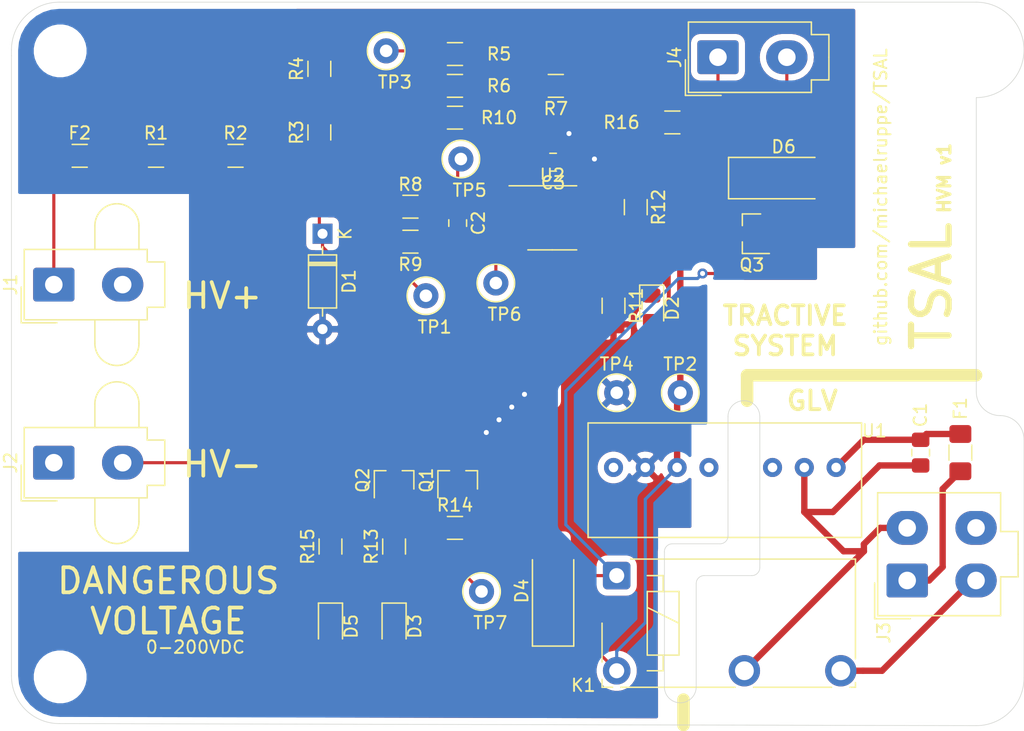
<source format=kicad_pcb>
(kicad_pcb (version 20171130) (host pcbnew "(5.1.2)-2")
  (layers (0 F.Cu signal) (31 B.Cu signal) (34 B.Paste user) (35 F.Paste user) (36 B.SilkS user) (37 F.SilkS user) (38 B.Mask user) (39 F.Mask user) (44 Edge.Cuts user))
  (net 0 "")
  (net 1 "Net-(C1-Pad1)")
  (net 2 -Vin)
  (net 3 "Net-(C2-Pad1)")
  (net 4 "Net-(C2-Pad2)")
  (net 5 GND)
  (net 6 +12V)
  (net 7 "Net-(D1-Pad1)")
  (net 8 "Net-(D2-Pad1)")
  (net 9 "Net-(D3-Pad1)")
  (net 10 "Net-(D5-Pad1)")
  (net 11 +Vin)
  (net 12 "Net-(Q1-Pad1)")
  (net 13 /+HV)
  (net 14 "Net-(U1-Pad5)")
  (net 15 "Net-(U2-Pad5)")
  (net 16 "Net-(F2-Pad2)")
  (net 17 "Net-(D4-Pad2)")
  (net 18 "Net-(R1-Pad2)")
  (net 19 "Net-(R3-Pad2)")
  (net 20 "Net-(R10-Pad1)")
  (net 21 "Net-(R6-Pad1)")
  (net 22 "Net-(U1-Pad3)")
  (net 23 "Net-(U1-Pad8)")
  (net 24 "Net-(D6-Pad2)")
  (net 25 OUT)
  (net 26 "Net-(Q2-Pad3)")
  (net 27 "Net-(J1-Pad2)")
  (net 28 "Net-(J2-Pad1)")
  (net 29 "Net-(J4-Pad1)")
  (module Connector_Molex:Molex_Mini-Fit_Jr_5566-02A2_2x01_P4.20mm_Vertical (layer F.Cu) (at 51.562 77.343 90)
    (fp_text reference J2 (at 0 -3.45 90) (layer F.SilkS))
    (fp_text value HV-)
    (pad "" np_thru_hole circle (at 4.7 5.04 90) (size 3 3) (drill 3) (layers *.Cu *.Mask))
    (pad "" np_thru_hole circle (at -4.7 5.04 90) (size 3 3) (drill 3) (layers *.Cu *.Mask))
    (pad 2 thru_hole oval (at 0 5.5 90) (size 2.7 3.3) (drill 1.4) (layers *.Cu *.Mask) (net 5 GND))
    (pad 1 thru_hole roundrect (at 0 0 90) (size 2.7 3.3) (drill 1.4) (layers *.Cu *.Mask) (roundrect_rratio 0.09259299999999999) (net 28 "Net-(J2-Pad1)"))
  )
  (module Connector_Molex:Molex_Mini-Fit_Jr_5566-02A2_2x01_P4.20mm_Vertical (layer F.Cu) (at 51.562 63.119 90)
    (fp_text reference J1 (at 0 -3.45 90) (layer F.SilkS))
    (fp_text value HV+)
    (pad "" np_thru_hole circle (at 4.7 5.04 90) (size 3 3) (drill 3) (layers *.Cu *.Mask))
    (pad "" np_thru_hole circle (at -4.7 5.04 90) (size 3 3) (drill 3) (layers *.Cu *.Mask))
    (pad 2 thru_hole oval (at 0 5.5 90) (size 2.7 3.3) (drill 1.4) (layers *.Cu *.Mask) (net 27 "Net-(J1-Pad2)"))
    (pad 1 thru_hole roundrect (at 0 0 90) (size 2.7 3.3) (drill 1.4) (layers *.Cu *.Mask) (roundrect_rratio 0.09259299999999999) (net 13 /+HV))
  )
  (module Connector_Molex:Molex_Mini-Fit_Jr_5566-02A_2x01_P4.20mm_Vertical (layer F.Cu) (at 104.609 44.958 90)
    (fp_text reference J4 (at 0 -3.45 90) (layer F.SilkS))
    (fp_text value VHI)
    (pad 2 thru_hole oval (at 0 5.5 90) (size 2.7 3.3) (drill 1.4) (layers *.Cu *.Mask) (net 24 "Net-(D6-Pad2)"))
    (pad 1 thru_hole roundrect (at 0 0 90) (size 2.7 3.3) (drill 1.4) (layers *.Cu *.Mask) (roundrect_rratio 0.09259299999999999) (net 29 "Net-(J4-Pad1)"))
  )
  (module Connector_Molex:Molex_Mini-Fit_Jr_5566-04A_2x02_P4.20mm_Vertical (layer F.Cu) (at 119.722 86.75 90)
    (fp_text reference J3 (at -4.182 -1.866 90) (layer F.SilkS))
    (fp_text value Conn_01x03_Male)
    (pad 4 thru_hole oval (at 4.2 5.5 90) (size 2.7 3.3) (drill 1.4) (layers *.Cu *.Mask))
    (pad 3 thru_hole oval (at 0 5.5 90) (size 2.7 3.3) (drill 1.4) (layers *.Cu *.Mask) (net 25 OUT))
    (pad 2 thru_hole oval (at 4.2 0 90) (size 2.7 3.3) (drill 1.4) (layers *.Cu *.Mask) (net 2 -Vin))
    (pad 1 thru_hole roundrect (at 0 0 90) (size 2.7 3.3) (drill 1.4) (layers *.Cu *.Mask) (roundrect_rratio 0.09259299999999999) (net 11 +Vin))
  )
  (module Resistor_SMD:R_1206_3216Metric_Pad1.42x1.75mm_HandSolder (layer F.Cu) (at 100.965 50.165)
    (fp_text reference R16 (at -4.064 0) (layer F.SilkS))
    (fp_text value PRV)
    (pad 2 smd roundrect (at 1.4875 0) (size 1.425 1.75) (layers F.Cu F.Paste F.Mask) (roundrect_rratio 0.175439) (net 29 "Net-(J4-Pad1)"))
    (pad 1 smd roundrect (at -1.4875 0) (size 1.425 1.75) (layers F.Cu F.Paste F.Mask) (roundrect_rratio 0.175439) (net 6 +12V))
  )
  (module Package_TO_SOT_SMD:SOT-23 (layer F.Cu) (at 107.315 59.055 180)
    (fp_text reference Q3 (at 0 -2.5) (layer F.SilkS))
    (fp_text value 2N7002)
    (pad 3 smd rect (at 1 0 180) (size 0.9 0.8) (layers F.Cu F.Paste F.Mask) (net 24 "Net-(D6-Pad2)"))
    (pad 2 smd rect (at -1 0.95 180) (size 0.9 0.8) (layers F.Cu F.Paste F.Mask) (net 5 GND))
    (pad 1 smd rect (at -1 -0.95 180) (size 0.9 0.8) (layers F.Cu F.Paste F.Mask) (net 17 "Net-(D4-Pad2)"))
  )
  (module Diode_SMD:D_SMA_Handsoldering (layer F.Cu) (at 109.855 54.61)
    (fp_text reference D6 (at 0 -2.5) (layer F.SilkS))
    (fp_text value D)
    (pad 2 smd rect (at 2.5 0) (size 3.5 1.8) (layers F.Cu F.Paste F.Mask) (net 24 "Net-(D6-Pad2)"))
    (pad 1 smd rect (at -2.5 0) (size 3.5 1.8) (layers F.Cu F.Paste F.Mask) (net 6 +12V))
  )
  (module Capacitor_SMD:C_0805_2012Metric_Pad1.15x1.40mm_HandSolder (layer F.Cu) (at 91.44 53.34 180)
    (fp_text reference C3 (at 0 -1.65) (layer F.SilkS))
    (fp_text value 100n)
    (pad 2 smd roundrect (at 1.025 0 180) (size 1.15 1.4) (layers F.Cu F.Paste F.Mask) (roundrect_rratio 0.217391) (net 5 GND))
    (pad 1 smd roundrect (at -1.025 0 180) (size 1.15 1.4) (layers F.Cu F.Paste F.Mask) (roundrect_rratio 0.217391) (net 6 +12V))
  )
  (module Capacitor_SMD:C_0805_2012Metric_Pad1.15x1.40mm_HandSolder (layer F.Cu) (at 83.82 58.2025 270)
    (fp_text reference C2 (at 0 -1.65 90) (layer F.SilkS))
    (fp_text value 10n)
    (pad 2 smd roundrect (at 1.025 0 270) (size 1.15 1.4) (layers F.Cu F.Paste F.Mask) (roundrect_rratio 0.217391) (net 4 "Net-(C2-Pad2)"))
    (pad 1 smd roundrect (at -1.025 0 270) (size 1.15 1.4) (layers F.Cu F.Paste F.Mask) (roundrect_rratio 0.217391) (net 3 "Net-(C2-Pad1)"))
  )
  (module Capacitor_SMD:C_0805_2012Metric_Pad1.15x1.40mm_HandSolder (layer F.Cu) (at 120.795 76.5375 270)
    (fp_text reference C1 (at -3.0045 0.018 90) (layer F.SilkS))
    (fp_text value 1u)
    (pad 2 smd roundrect (at 1.025 0 270) (size 1.15 1.4) (layers F.Cu F.Paste F.Mask) (roundrect_rratio 0.217391) (net 2 -Vin))
    (pad 1 smd roundrect (at -1.025 0 270) (size 1.15 1.4) (layers F.Cu F.Paste F.Mask) (roundrect_rratio 0.217391) (net 1 "Net-(C1-Pad1)"))
  )
  (module Package_TO_SOT_SMD:SOT-23 (layer F.Cu) (at 78.74 78.74 90)
    (fp_text reference Q2 (at 0 -2.5 90) (layer F.SilkS))
    (fp_text value 2N7002)
    (pad 3 smd rect (at 1 0 90) (size 0.9 0.8) (layers F.Cu F.Paste F.Mask) (net 26 "Net-(Q2-Pad3)"))
    (pad 2 smd rect (at -1 0.95 90) (size 0.9 0.8) (layers F.Cu F.Paste F.Mask) (net 5 GND))
    (pad 1 smd rect (at -1 -0.95 90) (size 0.9 0.8) (layers F.Cu F.Paste F.Mask) (net 17 "Net-(D4-Pad2)"))
  )
  (module MountingHole:MountingHole_3.2mm_M3 (layer F.Cu) (at 125.32 44.45)
    (fp_text reference REF** hide)
    (fp_text value MountingHole_3.2mm_M3)
    (pad 1 np_thru_hole circle (at 0 0) (size 3.2 3.2) (drill 3.2) (layers *.Cu *.Mask))
  )
  (module MountingHole:MountingHole_3.2mm_M3 (layer F.Cu) (at 52.07 94.45)
    (fp_text reference REF** hide)
    (fp_text value MountingHole_3.2mm_M3)
    (pad 1 np_thru_hole circle (at 0 0) (size 3.2 3.2) (drill 3.2) (layers *.Cu *.Mask))
  )
  (module MountingHole:MountingHole_3.2mm_M3 (layer F.Cu) (at 125.32 94.45)
    (fp_text reference REF** hide)
    (fp_text value MountingHole_3.2mm_M3)
    (pad 1 np_thru_hole circle (at 0 0) (size 3.2 3.2) (drill 3.2) (layers *.Cu *.Mask))
  )
  (module MountingHole:MountingHole_3.2mm_M3 (layer F.Cu) (at 52.07 44.45)
    (fp_text reference REF** hide)
    (fp_text value MountingHole_3.2mm_M3)
    (pad 1 np_thru_hole circle (at 0 0) (size 3.2 3.2) (drill 3.2) (layers *.Cu *.Mask))
  )
  (module Diode_SMD:D_SMA_Handsoldering (layer F.Cu) (at 91.44 87.59 90)
    (fp_text reference D4 (at 0 -2.5 90) (layer F.SilkS))
    (fp_text value D)
    (pad 2 smd rect (at 2.5 0 90) (size 3.5 1.8) (layers F.Cu F.Paste F.Mask) (net 17 "Net-(D4-Pad2)"))
    (pad 1 smd rect (at -2.5 0 90) (size 3.5 1.8) (layers F.Cu F.Paste F.Mask) (net 6 +12V))
  )
  (module TSAL-HVM:SPAN02 (layer F.Cu) (at 105.41 78.74 180)
    (fp_text reference U1 (at -11.684 3.937) (layer F.SilkS))
    (fp_text value SPAN02A-12)
    (pad 1 thru_hole circle (at -8.636 1.016 180) (size 1.524 1.524) (drill 0.762) (layers *.Cu *.Mask) (net 1 "Net-(C1-Pad1)"))
    (pad 2 thru_hole circle (at -6.096 1.016 180) (size 1.524 1.524) (drill 0.762) (layers *.Cu *.Mask) (net 2 -Vin))
    (pad 3 thru_hole circle (at -3.556 1.016 180) (size 1.524 1.524) (drill 0.762) (layers *.Cu *.Mask) (net 22 "Net-(U1-Pad3)"))
    (pad 5 thru_hole circle (at 1.524 1.016 180) (size 1.524 1.524) (drill 0.762) (layers *.Cu *.Mask) (net 14 "Net-(U1-Pad5)"))
    (pad 6 thru_hole circle (at 4.064 1.016 180) (size 1.524 1.524) (drill 0.762) (layers *.Cu *.Mask) (net 6 +12V))
    (pad 7 thru_hole circle (at 6.604 1.016 180) (size 1.524 1.524) (drill 0.762) (layers *.Cu *.Mask) (net 5 GND))
    (pad 8 thru_hole circle (at 9.144 1.016 180) (size 1.524 1.524) (drill 0.762) (layers *.Cu *.Mask) (net 23 "Net-(U1-Pad8)"))
  )
  (module TestPoint:TestPoint_Loop_D1.80mm_Drill1.0mm_Beaded (layer F.Cu) (at 84.074 53.086)
    (fp_text reference TP5 (at 0.7 2.5) (layer F.SilkS))
    (fp_text value TestPoint)
    (pad 1 thru_hole circle (at 0 0) (size 2 2) (drill 1) (layers *.Cu *.Mask) (net 3 "Net-(C2-Pad1)"))
  )
  (module Fuse:Fuse_1206_3216Metric_Pad1.42x1.75mm_HandSolder (layer F.Cu) (at 53.6305 52.832)
    (fp_text reference F2 (at 0 -1.82) (layer F.SilkS))
    (fp_text value Fuse_Small)
    (pad 1 smd roundrect (at -1.4875 0) (size 1.425 1.75) (layers F.Cu F.Paste F.Mask) (roundrect_rratio 0.175439) (net 13 /+HV))
    (pad 2 smd roundrect (at 1.4875 0) (size 1.425 1.75) (layers F.Cu F.Paste F.Mask) (roundrect_rratio 0.175439) (net 16 "Net-(F2-Pad2)"))
  )
  (module Diode_THT:D_DO-35_SOD27_P7.62mm_Horizontal (layer F.Cu) (at 73.025 59.055 270)
    (fp_text reference D1 (at 3.81 -2.12 270) (layer F.SilkS))
    (fp_text value 12V)
    (fp_text user K (at 0 -1.8 270) (layer F.SilkS))
    (pad 1 thru_hole rect (at 0 0 270) (size 1.6 1.6) (drill 0.8) (layers *.Cu *.Mask) (net 7 "Net-(D1-Pad1)"))
    (pad 2 thru_hole oval (at 7.62 0 270) (size 1.6 1.6) (drill 0.8) (layers *.Cu *.Mask) (net 5 GND))
  )
  (module LED_SMD:LED_0805_2012Metric_Pad1.15x1.40mm_HandSolder (layer F.Cu) (at 78.74 90.415 270)
    (fp_text reference D3 (at 0 -1.65 90) (layer F.SilkS))
    (fp_text value VLO)
    (pad 1 smd roundrect (at -1.025 0 270) (size 1.15 1.4) (layers F.Cu F.Paste F.Mask) (roundrect_rratio 0.217391) (net 9 "Net-(D3-Pad1)"))
    (pad 2 smd roundrect (at 1.025 0 270) (size 1.15 1.4) (layers F.Cu F.Paste F.Mask) (roundrect_rratio 0.217391) (net 6 +12V))
  )
  (module LED_SMD:LED_0805_2012Metric_Pad1.15x1.40mm_HandSolder (layer F.Cu) (at 99.314 65.015 270)
    (fp_text reference D2 (at 0 -1.65 90) (layer F.SilkS))
    (fp_text value PWR)
    (pad 1 smd roundrect (at -1.025 0 270) (size 1.15 1.4) (layers F.Cu F.Paste F.Mask) (roundrect_rratio 0.217391) (net 8 "Net-(D2-Pad1)"))
    (pad 2 smd roundrect (at 1.025 0 270) (size 1.15 1.4) (layers F.Cu F.Paste F.Mask) (roundrect_rratio 0.217391) (net 6 +12V))
  )
  (module LED_SMD:LED_0805_2012Metric_Pad1.15x1.40mm_HandSolder (layer F.Cu) (at 73.66 90.415 270)
    (fp_text reference D5 (at 0 -1.65 90) (layer F.SilkS))
    (fp_text value VHI)
    (pad 2 smd roundrect (at 1.025 0 270) (size 1.15 1.4) (layers F.Cu F.Paste F.Mask) (roundrect_rratio 0.217391) (net 6 +12V))
    (pad 1 smd roundrect (at -1.025 0 270) (size 1.15 1.4) (layers F.Cu F.Paste F.Mask) (roundrect_rratio 0.217391) (net 10 "Net-(D5-Pad1)"))
  )
  (module Fuse:Fuse_1206_3216Metric_Pad1.42x1.75mm_HandSolder (layer F.Cu) (at 123.97 76.5375 90)
    (fp_text reference F1 (at 3.5195 0 90) (layer F.SilkS))
    (fp_text value Fuse_Small)
    (pad 1 smd roundrect (at -1.4875 0 90) (size 1.425 1.75) (layers F.Cu F.Paste F.Mask) (roundrect_rratio 0.175439) (net 11 +Vin))
    (pad 2 smd roundrect (at 1.4875 0 90) (size 1.425 1.75) (layers F.Cu F.Paste F.Mask) (roundrect_rratio 0.175439) (net 1 "Net-(C1-Pad1)"))
  )
  (module Relay_THT:Relay_SPST_TE_PCH-1xxx2M (layer F.Cu) (at 96.52 86.36)
    (fp_text reference K1 (at -2.667 8.763) (layer F.SilkS))
    (fp_text value TE_PCH-1xxx2M)
    (pad 2 thru_hole circle (at 10.2 7.6) (size 2.5 2.5) (drill 1.5) (layers *.Cu *.Mask) (net 2 -Vin))
    (pad 1 thru_hole roundrect (at 0 0) (size 2.2 2.2) (drill 1.2) (layers *.Cu *.Mask) (roundrect_rratio 0.155) (net 17 "Net-(D4-Pad2)"))
    (pad 5 thru_hole circle (at 0 7.6) (size 2.2 2.2) (drill 1.2) (layers *.Cu *.Mask) (net 6 +12V))
    (pad 3 thru_hole circle (at 17.9 7.6) (size 2.5 2.5) (drill 1.5) (layers *.Cu *.Mask) (net 25 OUT))
  )
  (module Package_TO_SOT_SMD:SOT-23 (layer F.Cu) (at 83.82 78.74 90)
    (fp_text reference Q1 (at 0 -2.5 90) (layer F.SilkS))
    (fp_text value 2N7002)
    (pad 3 smd rect (at 1 0 90) (size 0.9 0.8) (layers F.Cu F.Paste F.Mask) (net 17 "Net-(D4-Pad2)"))
    (pad 2 smd rect (at -1 0.95 90) (size 0.9 0.8) (layers F.Cu F.Paste F.Mask) (net 5 GND))
    (pad 1 smd rect (at -1 -0.95 90) (size 0.9 0.8) (layers F.Cu F.Paste F.Mask) (net 12 "Net-(Q1-Pad1)"))
  )
  (module Resistor_SMD:R_1206_3216Metric_Pad1.42x1.75mm_HandSolder (layer F.Cu) (at 83.6025 44.704)
    (fp_text reference R5 (at 3.5195 0) (layer F.SilkS))
    (fp_text value 75k)
    (pad 2 smd roundrect (at 1.4875 0) (size 1.425 1.75) (layers F.Cu F.Paste F.Mask) (roundrect_rratio 0.175439) (net 6 +12V))
    (pad 1 smd roundrect (at -1.4875 0) (size 1.425 1.75) (layers F.Cu F.Paste F.Mask) (roundrect_rratio 0.175439) (net 20 "Net-(R10-Pad1)"))
  )
  (module Resistor_SMD:R_1206_3216Metric_Pad1.42x1.75mm_HandSolder (layer F.Cu) (at 83.6025 47.244 180)
    (fp_text reference R6 (at -3.5195 0) (layer F.SilkS))
    (fp_text value 24k)
    (pad 1 smd roundrect (at -1.4875 0 180) (size 1.425 1.75) (layers F.Cu F.Paste F.Mask) (roundrect_rratio 0.175439) (net 21 "Net-(R6-Pad1)"))
    (pad 2 smd roundrect (at 1.4875 0 180) (size 1.425 1.75) (layers F.Cu F.Paste F.Mask) (roundrect_rratio 0.175439) (net 20 "Net-(R10-Pad1)"))
  )
  (module Resistor_SMD:R_1206_3216Metric_Pad1.42x1.75mm_HandSolder (layer F.Cu) (at 83.6025 49.784)
    (fp_text reference R10 (at 3.5195 0) (layer F.SilkS))
    (fp_text value 1M)
    (pad 2 smd roundrect (at 1.4875 0) (size 1.425 1.75) (layers F.Cu F.Paste F.Mask) (roundrect_rratio 0.175439) (net 12 "Net-(Q1-Pad1)"))
    (pad 1 smd roundrect (at -1.4875 0) (size 1.425 1.75) (layers F.Cu F.Paste F.Mask) (roundrect_rratio 0.175439) (net 20 "Net-(R10-Pad1)"))
  )
  (module Resistor_SMD:R_1206_3216Metric_Pad1.42x1.75mm_HandSolder (layer F.Cu) (at 59.7265 52.832)
    (fp_text reference R1 (at 0 -1.82) (layer F.SilkS))
    (fp_text value 499k)
    (pad 2 smd roundrect (at 1.4875 0) (size 1.425 1.75) (layers F.Cu F.Paste F.Mask) (roundrect_rratio 0.175439) (net 18 "Net-(R1-Pad2)"))
    (pad 1 smd roundrect (at -1.4875 0) (size 1.425 1.75) (layers F.Cu F.Paste F.Mask) (roundrect_rratio 0.175439) (net 16 "Net-(F2-Pad2)"))
  )
  (module Resistor_SMD:R_1206_3216Metric_Pad1.42x1.75mm_HandSolder (layer F.Cu) (at 66.0765 52.832)
    (fp_text reference R2 (at 0 -1.82) (layer F.SilkS))
    (fp_text value 499k)
    (pad 2 smd roundrect (at 1.4875 0) (size 1.425 1.75) (layers F.Cu F.Paste F.Mask) (roundrect_rratio 0.175439) (net 7 "Net-(D1-Pad1)"))
    (pad 1 smd roundrect (at -1.4875 0) (size 1.425 1.75) (layers F.Cu F.Paste F.Mask) (roundrect_rratio 0.175439) (net 18 "Net-(R1-Pad2)"))
  )
  (module Resistor_SMD:R_1206_3216Metric_Pad1.42x1.75mm_HandSolder (layer F.Cu) (at 72.771 50.9635 90)
    (fp_text reference R3 (at 0 -1.82 90) (layer F.SilkS))
    (fp_text value 49k9)
    (pad 1 smd roundrect (at -1.4875 0 90) (size 1.425 1.75) (layers F.Cu F.Paste F.Mask) (roundrect_rratio 0.175439) (net 7 "Net-(D1-Pad1)"))
    (pad 2 smd roundrect (at 1.4875 0 90) (size 1.425 1.75) (layers F.Cu F.Paste F.Mask) (roundrect_rratio 0.175439) (net 19 "Net-(R3-Pad2)"))
  )
  (module Resistor_SMD:R_1206_3216Metric_Pad1.42x1.75mm_HandSolder (layer F.Cu) (at 72.771 45.8835 90)
    (fp_text reference R4 (at 0 -1.82 90) (layer F.SilkS))
    (fp_text value 2k2)
    (pad 2 smd roundrect (at 1.4875 0 90) (size 1.425 1.75) (layers F.Cu F.Paste F.Mask) (roundrect_rratio 0.175439) (net 5 GND))
    (pad 1 smd roundrect (at -1.4875 0 90) (size 1.425 1.75) (layers F.Cu F.Paste F.Mask) (roundrect_rratio 0.175439) (net 19 "Net-(R3-Pad2)"))
  )
  (module Resistor_SMD:R_1206_3216Metric_Pad1.42x1.75mm_HandSolder (layer F.Cu) (at 80.0465 56.896 180)
    (fp_text reference R8 (at 0 1.778) (layer F.SilkS))
    (fp_text value 100)
    (pad 2 smd roundrect (at 1.4875 0 180) (size 1.425 1.75) (layers F.Cu F.Paste F.Mask) (roundrect_rratio 0.175439) (net 20 "Net-(R10-Pad1)"))
    (pad 1 smd roundrect (at -1.4875 0 180) (size 1.425 1.75) (layers F.Cu F.Paste F.Mask) (roundrect_rratio 0.175439) (net 3 "Net-(C2-Pad1)"))
  )
  (module Resistor_SMD:R_1206_3216Metric_Pad1.42x1.75mm_HandSolder (layer F.Cu) (at 80.0465 59.69 180)
    (fp_text reference R9 (at 0 -1.82) (layer F.SilkS))
    (fp_text value 100)
    (pad 1 smd roundrect (at -1.4875 0 180) (size 1.425 1.75) (layers F.Cu F.Paste F.Mask) (roundrect_rratio 0.175439) (net 4 "Net-(C2-Pad2)"))
    (pad 2 smd roundrect (at 1.4875 0 180) (size 1.425 1.75) (layers F.Cu F.Paste F.Mask) (roundrect_rratio 0.175439) (net 7 "Net-(D1-Pad1)"))
  )
  (module Resistor_SMD:R_1206_3216Metric_Pad1.42x1.75mm_HandSolder (layer F.Cu) (at 98.044 56.9325 270)
    (fp_text reference R12 (at 0 -1.82 90) (layer F.SilkS))
    (fp_text value 24k)
    (pad 1 smd roundrect (at -1.4875 0 270) (size 1.425 1.75) (layers F.Cu F.Paste F.Mask) (roundrect_rratio 0.175439) (net 6 +12V))
    (pad 2 smd roundrect (at 1.4875 0 270) (size 1.425 1.75) (layers F.Cu F.Paste F.Mask) (roundrect_rratio 0.175439) (net 12 "Net-(Q1-Pad1)"))
  )
  (module Resistor_SMD:R_1206_3216Metric_Pad1.42x1.75mm_HandSolder (layer F.Cu) (at 78.74 84.0375 90)
    (fp_text reference R13 (at 0 -1.82 90) (layer F.SilkS))
    (fp_text value 2k2)
    (pad 2 smd roundrect (at 1.4875 0 90) (size 1.425 1.75) (layers F.Cu F.Paste F.Mask) (roundrect_rratio 0.175439) (net 17 "Net-(D4-Pad2)"))
    (pad 1 smd roundrect (at -1.4875 0 90) (size 1.425 1.75) (layers F.Cu F.Paste F.Mask) (roundrect_rratio 0.175439) (net 9 "Net-(D3-Pad1)"))
  )
  (module Resistor_SMD:R_1206_3216Metric_Pad1.42x1.75mm_HandSolder (layer F.Cu) (at 91.6575 47.244 180)
    (fp_text reference R7 (at 0 -1.82) (layer F.SilkS))
    (fp_text value 900)
    (pad 2 smd roundrect (at 1.4875 0 180) (size 1.425 1.75) (layers F.Cu F.Paste F.Mask) (roundrect_rratio 0.175439) (net 21 "Net-(R6-Pad1)"))
    (pad 1 smd roundrect (at -1.4875 0 180) (size 1.425 1.75) (layers F.Cu F.Paste F.Mask) (roundrect_rratio 0.175439) (net 5 GND))
  )
  (module Resistor_SMD:R_1206_3216Metric_Pad1.42x1.75mm_HandSolder (layer F.Cu) (at 96.266 64.8065 270)
    (fp_text reference R11 (at 0 -1.82 90) (layer F.SilkS))
    (fp_text value 2k2)
    (pad 2 smd roundrect (at 1.4875 0 270) (size 1.425 1.75) (layers F.Cu F.Paste F.Mask) (roundrect_rratio 0.175439) (net 5 GND))
    (pad 1 smd roundrect (at -1.4875 0 270) (size 1.425 1.75) (layers F.Cu F.Paste F.Mask) (roundrect_rratio 0.175439) (net 8 "Net-(D2-Pad1)"))
  )
  (module Resistor_SMD:R_1206_3216Metric_Pad1.42x1.75mm_HandSolder (layer F.Cu) (at 83.6025 82.55)
    (fp_text reference R14 (at 0 -1.82) (layer F.SilkS))
    (fp_text value 24k)
    (pad 1 smd roundrect (at -1.4875 0) (size 1.425 1.75) (layers F.Cu F.Paste F.Mask) (roundrect_rratio 0.175439) (net 17 "Net-(D4-Pad2)"))
    (pad 2 smd roundrect (at 1.4875 0) (size 1.425 1.75) (layers F.Cu F.Paste F.Mask) (roundrect_rratio 0.175439) (net 5 GND))
  )
  (module Resistor_SMD:R_1206_3216Metric_Pad1.42x1.75mm_HandSolder (layer F.Cu) (at 73.66 84.0375 90)
    (fp_text reference R15 (at 0 -1.82 90) (layer F.SilkS))
    (fp_text value 2k2)
    (pad 1 smd roundrect (at -1.4875 0 90) (size 1.425 1.75) (layers F.Cu F.Paste F.Mask) (roundrect_rratio 0.175439) (net 10 "Net-(D5-Pad1)"))
    (pad 2 smd roundrect (at 1.4875 0 90) (size 1.425 1.75) (layers F.Cu F.Paste F.Mask) (roundrect_rratio 0.175439) (net 26 "Net-(Q2-Pad3)"))
  )
  (module TestPoint:TestPoint_Loop_D1.80mm_Drill1.0mm_Beaded (layer F.Cu) (at 81.28 64.008)
    (fp_text reference TP1 (at 0.7 2.5) (layer F.SilkS))
    (fp_text value TestPoint)
    (pad 1 thru_hole circle (at 0 0) (size 2 2) (drill 1) (layers *.Cu *.Mask) (net 7 "Net-(D1-Pad1)"))
  )
  (module TestPoint:TestPoint_Loop_D1.80mm_Drill1.0mm_Beaded (layer F.Cu) (at 101.6 71.755)
    (fp_text reference TP2 (at 0 -2.286) (layer F.SilkS))
    (fp_text value +12)
    (pad 1 thru_hole circle (at 0 0) (size 2 2) (drill 1) (layers *.Cu *.Mask) (net 6 +12V))
  )
  (module TestPoint:TestPoint_Loop_D1.80mm_Drill1.0mm_Beaded (layer F.Cu) (at 78.105 44.45)
    (fp_text reference TP3 (at 0.7 2.5) (layer F.SilkS))
    (fp_text value TestPoint)
    (pad 1 thru_hole circle (at 0 0) (size 2 2) (drill 1) (layers *.Cu *.Mask) (net 20 "Net-(R10-Pad1)"))
  )
  (module TestPoint:TestPoint_Loop_D1.80mm_Drill1.0mm_Beaded (layer F.Cu) (at 96.52 71.755)
    (fp_text reference TP4 (at 0 -2.286) (layer F.SilkS))
    (fp_text value GND)
    (pad 1 thru_hole circle (at 0 0) (size 2 2) (drill 1) (layers *.Cu *.Mask) (net 5 GND))
  )
  (module TestPoint:TestPoint_Loop_D1.80mm_Drill1.0mm_Beaded (layer F.Cu) (at 86.868 62.992)
    (fp_text reference TP6 (at 0.7 2.5) (layer F.SilkS))
    (fp_text value TestPoint)
    (pad 1 thru_hole circle (at 0 0) (size 2 2) (drill 1) (layers *.Cu *.Mask) (net 4 "Net-(C2-Pad2)"))
  )
  (module TestPoint:TestPoint_Loop_D1.80mm_Drill1.0mm_Beaded (layer F.Cu) (at 85.725 87.63)
    (fp_text reference TP7 (at 0.7 2.5) (layer F.SilkS))
    (fp_text value TestPoint)
    (pad 1 thru_hole circle (at 0 0) (size 2 2) (drill 1) (layers *.Cu *.Mask) (net 12 "Net-(Q1-Pad1)"))
  )
  (module Package_SO:SOIC-8_3.9x4.9mm_P1.27mm (layer F.Cu) (at 91.375 57.785)
    (fp_text reference U2 (at 0 -3.4) (layer F.SilkS))
    (fp_text value LM311)
    (pad 1 smd roundrect (at -2.475 -1.905) (size 1.95 0.6) (layers F.Cu F.Paste F.Mask) (net 5 GND))
    (pad 2 smd roundrect (at -2.475 -0.635) (size 1.95 0.6) (layers F.Cu F.Paste F.Mask) (net 3 "Net-(C2-Pad1)"))
    (pad 3 smd roundrect (at -2.475 0.635) (size 1.95 0.6) (layers F.Cu F.Paste F.Mask) (net 4 "Net-(C2-Pad2)"))
    (pad 4 smd roundrect (at -2.475 1.905) (size 1.95 0.6) (layers F.Cu F.Paste F.Mask) (net 5 GND))
    (pad 5 smd roundrect (at 2.475 1.905) (size 1.95 0.6) (layers F.Cu F.Paste F.Mask) (net 15 "Net-(U2-Pad5)"))
    (pad 6 smd roundrect (at 2.475 0.635) (size 1.95 0.6) (layers F.Cu F.Paste F.Mask) (net 15 "Net-(U2-Pad5)"))
    (pad 7 smd roundrect (at 2.475 -0.635) (size 1.95 0.6) (layers F.Cu F.Paste F.Mask) (net 12 "Net-(Q1-Pad1)"))
    (pad 8 smd roundrect (at 2.475 -1.905) (size 1.95 0.6) (layers F.Cu F.Paste F.Mask) (net 6 +12V))
  )
  (gr_text "TRACTIVE\nSYSTEM" (at 109.982 66.802) (layer F.SilkS) (effects (font (size 1.5 1.5) (thickness 0.3))))
  (gr_text GLV (at 112.141 72.39) (layer F.SilkS) (effects (font (size 1.5 1.5) (thickness 0.3))))
  (gr_line (start 101.854 96.266) (end 101.854 98.298) (layer F.SilkS) (width 1))
  (gr_line (start 106.934 70.358) (end 125.222 70.358) (layer F.SilkS) (width 1))
  (gr_line (start 106.934 72.39) (end 106.934 70.358) (layer F.SilkS) (width 1))
  (gr_text "HVM v1" (at 122.682 54.61 90) (layer F.SilkS) (effects (font (size 1 1) (thickness 0.25))))
  (gr_text "DANGEROUS\nVOLTAGE" (at 60.706 88.392) (layer F.SilkS) (effects (font (size 2 2) (thickness 0.3))))
  (gr_text github.com/michaelruppe/TSAL (at 117.602 56.134 90) (layer F.SilkS) (effects (font (size 1 1))))
  (gr_text TSAL (at 121.666 63.246 90) (layer F.SilkS) (effects (font (size 3 3) (thickness 0.5))))
  (gr_text 0-200VDC (at 62.865 92.075) (layer F.SilkS) (effects (font (size 1 1))))
  (gr_text HV+ (at 65.024 64.008) (layer F.SilkS) (effects (font (size 2 2) (thickness 0.3))))
  (gr_text HV- (at 65.024 77.47) (layer F.SilkS) (effects (font (size 2 2) (thickness 0.3))))
  (gr_arc (start 104.775 83.185) (end 104.775 83.82) (angle -90) (layer Edge.Cuts) (width 0.05))
  (gr_arc (start 100.965 84.455) (end 100.965 83.82) (angle -90) (layer Edge.Cuts) (width 0.05))
  (gr_arc (start 107.315 85.725) (end 107.315 86.36) (angle -90) (layer Edge.Cuts) (width 0.05))
  (gr_arc (start 103.505 86.995) (end 103.505 86.36) (angle -90) (layer Edge.Cuts) (width 0.05))
  (gr_arc (start 101.6 95.25) (end 100.33 95.25) (angle -180) (layer Edge.Cuts) (width 0.05))
  (gr_arc (start 106.68 73.66) (end 107.95 73.66) (angle -180) (layer Edge.Cuts) (width 0.05))
  (gr_line (start 103.505 86.36) (end 107.315 86.36) (layer Edge.Cuts) (width 0.05))
  (gr_line (start 105.41 83.185) (end 105.41 78.74) (layer Edge.Cuts) (width 0.05))
  (gr_line (start 100.965 83.82) (end 104.775 83.82) (layer Edge.Cuts) (width 0.05))
  (gr_line (start 125.24 98.345) (end 51.99 98.18) (layer Edge.Cuts) (width 0.05))
  (gr_line (start 129.05 94.535) (end 129.05 75.485) (layer Edge.Cuts) (width 0.05))
  (gr_line (start 125.24 62.15) (end 125.24 71.675) (layer Edge.Cuts) (width 0.05))
  (gr_arc (start 127.145 75.485) (end 129.05 75.485) (angle -90) (layer Edge.Cuts) (width 0.05))
  (gr_arc (start 127.145 71.675) (end 125.24 71.675) (angle -90) (layer Edge.Cuts) (width 0.05))
  (gr_line (start 125.24 48.18) (end 125.24 62.15) (layer Edge.Cuts) (width 0.05))
  (gr_arc (start 125.24 44.37) (end 125.24 48.18) (angle -90) (layer Edge.Cuts) (width 0.05))
  (gr_line (start 51.99 40.56) (end 125.24 40.56) (layer Edge.Cuts) (width 0.05))
  (gr_line (start 48.18 44.84) (end 48.18 44.37) (layer Edge.Cuts) (width 0.05))
  (gr_arc (start 51.99 44.37) (end 51.99 40.56) (angle -90) (layer Edge.Cuts) (width 0.05))
  (gr_line (start 48.18 94.37) (end 48.18 44.84) (layer Edge.Cuts) (width 0.05))
  (gr_arc (start 51.99 94.37) (end 48.18 94.37) (angle -90) (layer Edge.Cuts) (width 0.05))
  (gr_arc (start 125.24 94.535) (end 125.24 98.345) (angle -90) (layer Edge.Cuts) (width 0.05))
  (gr_arc (start 125.24 44.37) (end 129.05 44.37) (angle -90) (layer Edge.Cuts) (width 0.05))
  (gr_line (start 105.41 78.74) (end 105.41 73.66) (layer Edge.Cuts) (width 0.05))
  (gr_line (start 107.95 85.725) (end 107.95 73.66) (layer Edge.Cuts) (width 0.05))
  (gr_line (start 102.87 95.25) (end 102.87 86.995) (layer Edge.Cuts) (width 0.05))
  (gr_line (start 100.33 95.25) (end 100.33 84.455) (layer Edge.Cuts) (width 0.05))
  (segment (start 121.2575 75.05) (end 120.795 75.5125) (width 0.508) (layer F.Cu) (net 1))
  (segment (start 123.97 75.05) (end 121.2575 75.05) (width 0.508) (layer F.Cu) (net 1))
  (segment (start 116.2575 75.5125) (end 114.046 77.724) (width 0.508) (layer F.Cu) (net 1))
  (segment (start 120.795 75.5125) (end 116.2575 75.5125) (width 0.508) (layer F.Cu) (net 1))
  (segment (start 116.265 84.415) (end 106.72 93.96) (width 0.508) (layer F.Cu) (net 2))
  (segment (start 111.506 81.28) (end 111.506 77.724) (width 0.508) (layer F.Cu) (net 2))
  (segment (start 114.641 84.415) (end 111.506 81.28) (width 0.508) (layer F.Cu) (net 2))
  (segment (start 111.506 81.28) (end 113.792 81.28) (width 0.508) (layer F.Cu) (net 2))
  (segment (start 117.5095 77.5625) (end 120.795 77.5625) (width 0.508) (layer F.Cu) (net 2))
  (segment (start 113.792 81.28) (end 117.5095 77.5625) (width 0.508) (layer F.Cu) (net 2))
  (segment (start 116.265 84.415) (end 114.641 84.415) (width 0.508) (layer F.Cu) (net 2))
  (segment (start 117.564 82.55) (end 119.722 82.55) (width 0.508) (layer F.Cu) (net 2))
  (segment (start 116.265 83.849) (end 117.564 82.55) (width 0.508) (layer F.Cu) (net 2))
  (segment (start 116.265 84.415) (end 116.265 83.849) (width 0.508) (layer F.Cu) (net 2))
  (segment (start 83.8475 57.15) (end 83.82 57.1775) (width 0.25) (layer F.Cu) (net 3))
  (segment (start 88.9 57.15) (end 83.8475 57.15) (width 0.25) (layer F.Cu) (net 3))
  (segment (start 81.8155 57.1775) (end 81.534 56.896) (width 0.25) (layer F.Cu) (net 3))
  (segment (start 83.82 57.1775) (end 81.8155 57.1775) (width 0.25) (layer F.Cu) (net 3))
  (segment (start 83.82 53.34) (end 84.074 53.086) (width 0.25) (layer F.Cu) (net 3))
  (segment (start 83.82 57.1775) (end 83.82 53.34) (width 0.25) (layer F.Cu) (net 3))
  (segment (start 88.9 58.42) (end 86.995 58.42) (width 0.25) (layer F.Cu) (net 4))
  (segment (start 86.995 58.42) (end 86.1875 59.2275) (width 0.25) (layer F.Cu) (net 4))
  (segment (start 81.9965 59.2275) (end 81.534 59.69) (width 0.25) (layer F.Cu) (net 4))
  (segment (start 83.82 59.2275) (end 81.9965 59.2275) (width 0.25) (layer F.Cu) (net 4))
  (segment (start 86.868 61.178) (end 84.9175 59.2275) (width 0.25) (layer F.Cu) (net 4))
  (segment (start 86.868 62.992) (end 86.868 61.178) (width 0.25) (layer F.Cu) (net 4))
  (segment (start 86.1875 59.2275) (end 84.9175 59.2275) (width 0.25) (layer F.Cu) (net 4))
  (segment (start 84.9175 59.2275) (end 83.82 59.2275) (width 0.25) (layer F.Cu) (net 4))
  (segment (start 71.59329 72.17071) (end 71.882 71.882) (width 0.25) (layer F.Cu) (net 5))
  (via (at 92.71 51.054) (size 0.8) (drill 0.4) (layers F.Cu B.Cu) (net 5))
  (via (at 94.742 53.086) (size 0.8) (drill 0.4) (layers F.Cu B.Cu) (net 5))
  (via (at 89.154 71.882) (size 0.8) (drill 0.4) (layers F.Cu B.Cu) (net 5))
  (via (at 88.138 72.898) (size 0.8) (drill 0.4) (layers F.Cu B.Cu) (net 5))
  (via (at 87.122 73.914) (size 0.8) (drill 0.4) (layers F.Cu B.Cu) (net 5))
  (via (at 86.106 74.93) (size 0.8) (drill 0.4) (layers F.Cu B.Cu) (net 5))
  (segment (start 57.062 77.343) (end 66.675 77.343) (width 0.25) (layer F.Cu) (net 5))
  (segment (start 66.675 77.343) (end 67.691 77.343) (width 0.25) (layer F.Cu) (net 5))
  (segment (start 67.691 77.343) (end 72.136 72.898) (width 0.25) (layer F.Cu) (net 5))
  (segment (start 94.0165 44.704) (end 99.4775 50.165) (width 0.25) (layer F.Cu) (net 6))
  (segment (start 85.09 44.704) (end 94.0165 44.704) (width 0.25) (layer F.Cu) (net 6))
  (segment (start 94.285 55.445) (end 93.85 55.88) (width 0.25) (layer F.Cu) (net 6))
  (segment (start 98.044 55.445) (end 94.285 55.445) (width 0.25) (layer F.Cu) (net 6))
  (segment (start 92.65 90.09) (end 91.44 90.09) (width 0.25) (layer F.Cu) (net 6))
  (segment (start 96.52 93.96) (end 92.65 90.09) (width 0.25) (layer F.Cu) (net 6))
  (segment (start 90.29 90.09) (end 88.178 92.202) (width 0.25) (layer F.Cu) (net 6))
  (segment (start 91.44 90.09) (end 90.29 90.09) (width 0.25) (layer F.Cu) (net 6))
  (segment (start 79.502 92.202) (end 78.74 91.44) (width 0.25) (layer F.Cu) (net 6))
  (segment (start 88.178 92.202) (end 79.502 92.202) (width 0.25) (layer F.Cu) (net 6))
  (segment (start 78.74 91.44) (end 73.66 91.44) (width 0.25) (layer F.Cu) (net 6))
  (segment (start 101.346 72.009) (end 101.6 71.755) (width 0.508) (layer F.Cu) (net 6))
  (segment (start 101.346 77.724) (end 101.346 72.009) (width 0.508) (layer F.Cu) (net 6))
  (segment (start 101.6 68.326) (end 99.314 66.04) (width 0.508) (layer F.Cu) (net 6))
  (segment (start 101.6 71.755) (end 101.6 68.326) (width 0.508) (layer F.Cu) (net 6))
  (segment (start 101.6 68.326) (end 101.6 56.642) (width 0.508) (layer F.Cu) (net 6))
  (segment (start 100.403 55.445) (end 98.044 55.445) (width 0.508) (layer F.Cu) (net 6))
  (segment (start 101.6 56.642) (end 100.403 55.445) (width 0.508) (layer F.Cu) (net 6))
  (segment (start 103.632 54.61) (end 101.6 56.642) (width 0.508) (layer F.Cu) (net 6))
  (segment (start 107.355 54.61) (end 103.632 54.61) (width 0.508) (layer F.Cu) (net 6))
  (segment (start 101.6 53.2625) (end 101.6 56.642) (width 0.25) (layer F.Cu) (net 6))
  (segment (start 99.4775 51.14) (end 101.6 53.2625) (width 0.25) (layer F.Cu) (net 6))
  (segment (start 99.4775 50.165) (end 99.4775 51.14) (width 0.25) (layer F.Cu) (net 6))
  (segment (start 93.85 54.725) (end 92.465 53.34) (width 0.25) (layer F.Cu) (net 6))
  (segment (start 93.85 55.88) (end 93.85 54.725) (width 0.25) (layer F.Cu) (net 6))
  (segment (start 96.52 92.404366) (end 98.806 90.118366) (width 0.25) (layer B.Cu) (net 6))
  (segment (start 96.52 93.96) (end 96.52 92.404366) (width 0.25) (layer B.Cu) (net 6))
  (segment (start 98.806 80.264) (end 101.346 77.724) (width 0.25) (layer B.Cu) (net 6))
  (segment (start 98.806 90.118366) (end 98.806 80.264) (width 0.25) (layer B.Cu) (net 6))
  (segment (start 73.025 60.105) (end 73.88 60.96) (width 0.25) (layer F.Cu) (net 7))
  (segment (start 73.025 59.055) (end 73.025 60.105) (width 0.25) (layer F.Cu) (net 7))
  (segment (start 77.289 60.96) (end 78.559 59.69) (width 0.25) (layer F.Cu) (net 7))
  (segment (start 73.88 60.96) (end 77.289 60.96) (width 0.25) (layer F.Cu) (net 7))
  (segment (start 78.232 60.96) (end 77.289 60.96) (width 0.25) (layer F.Cu) (net 7))
  (segment (start 81.28 64.008) (end 78.232 60.96) (width 0.25) (layer F.Cu) (net 7))
  (segment (start 72.39 52.832) (end 72.771 52.451) (width 0.25) (layer F.Cu) (net 7))
  (segment (start 67.564 52.832) (end 72.39 52.832) (width 0.25) (layer F.Cu) (net 7))
  (segment (start 72.771 58.801) (end 73.025 59.055) (width 0.25) (layer F.Cu) (net 7))
  (segment (start 72.771 52.451) (end 72.771 58.801) (width 0.25) (layer F.Cu) (net 7))
  (segment (start 98.643 63.319) (end 99.314 63.99) (width 0.25) (layer F.Cu) (net 8))
  (segment (start 96.266 63.319) (end 98.643 63.319) (width 0.25) (layer F.Cu) (net 8))
  (segment (start 78.74 89.39) (end 78.74 85.525) (width 0.25) (layer F.Cu) (net 9))
  (segment (start 73.66 89.39) (end 73.66 85.525) (width 0.25) (layer F.Cu) (net 10))
  (segment (start 121.472 86.75) (end 122.555 85.667) (width 0.508) (layer F.Cu) (net 11))
  (segment (start 119.722 86.75) (end 121.472 86.75) (width 0.508) (layer F.Cu) (net 11))
  (segment (start 122.555 79.44) (end 123.97 78.025) (width 0.508) (layer F.Cu) (net 11))
  (segment (start 122.555 85.667) (end 122.555 79.44) (width 0.508) (layer F.Cu) (net 11))
  (segment (start 96.774 57.15) (end 98.044 58.42) (width 0.25) (layer F.Cu) (net 12))
  (segment (start 93.85 57.15) (end 96.774 57.15) (width 0.25) (layer F.Cu) (net 12))
  (segment (start 92.456 57.15) (end 93.85 57.15) (width 0.25) (layer F.Cu) (net 12))
  (segment (start 85.09 49.784) (end 92.456 57.15) (width 0.25) (layer F.Cu) (net 12))
  (segment (start 85.725 87.63) (end 83.566 85.471) (width 0.25) (layer F.Cu) (net 12))
  (segment (start 82.87 80.44) (end 82.87 79.74) (width 0.25) (layer F.Cu) (net 12))
  (segment (start 83.566 81.136) (end 82.87 80.44) (width 0.25) (layer F.Cu) (net 12))
  (segment (start 83.566 85.471) (end 83.566 81.136) (width 0.25) (layer F.Cu) (net 12))
  (segment (start 82.87 79.69) (end 83.82 78.74) (width 0.25) (layer F.Cu) (net 12))
  (segment (start 82.87 79.74) (end 82.87 79.69) (width 0.25) (layer F.Cu) (net 12))
  (segment (start 83.82 78.74) (end 85.09 78.74) (width 0.25) (layer F.Cu) (net 12))
  (segment (start 85.09 78.74) (end 91.44 72.39) (width 0.25) (layer F.Cu) (net 12))
  (segment (start 91.44 58.166) (end 92.456 57.15) (width 0.25) (layer F.Cu) (net 12))
  (segment (start 91.44 72.39) (end 91.44 58.166) (width 0.25) (layer F.Cu) (net 12))
  (segment (start 51.562 53.413) (end 52.143 52.832) (width 0.25) (layer F.Cu) (net 13))
  (segment (start 51.562 63.119) (end 51.562 53.413) (width 0.25) (layer F.Cu) (net 13))
  (segment (start 95.885 58.42) (end 93.85 58.42) (width 0.25) (layer F.Cu) (net 15))
  (segment (start 93.85 59.69) (end 95.885 59.69) (width 0.25) (layer F.Cu) (net 15))
  (segment (start 95.885 59.69) (end 95.885 58.42) (width 0.25) (layer F.Cu) (net 15))
  (segment (start 55.9305 52.832) (end 58.239 52.832) (width 0.25) (layer F.Cu) (net 16))
  (segment (start 55.118 52.832) (end 55.9305 52.832) (width 0.25) (layer F.Cu) (net 16))
  (segment (start 77.79 81.6) (end 78.74 82.55) (width 0.25) (layer F.Cu) (net 17))
  (segment (start 77.79 79.74) (end 77.79 81.6) (width 0.25) (layer F.Cu) (net 17))
  (segment (start 82.115 82.55) (end 78.74 82.55) (width 0.25) (layer F.Cu) (net 17))
  (segment (start 81.3025 82.55) (end 81.28 82.5275) (width 0.25) (layer F.Cu) (net 17))
  (segment (start 82.115 82.55) (end 81.3025 82.55) (width 0.25) (layer F.Cu) (net 17))
  (segment (start 81.28 82.5275) (end 81.28 78.74) (width 0.25) (layer F.Cu) (net 17))
  (segment (start 82.28 77.74) (end 83.82 77.74) (width 0.25) (layer F.Cu) (net 17))
  (segment (start 81.28 78.74) (end 82.28 77.74) (width 0.25) (layer F.Cu) (net 17))
  (segment (start 92.71 86.36) (end 91.44 85.09) (width 0.25) (layer F.Cu) (net 17))
  (segment (start 96.52 86.36) (end 92.71 86.36) (width 0.25) (layer F.Cu) (net 17))
  (segment (start 90.29 85.09) (end 88.392 86.988) (width 0.25) (layer F.Cu) (net 17))
  (segment (start 91.44 85.09) (end 90.29 85.09) (width 0.25) (layer F.Cu) (net 17))
  (segment (start 88.392 86.988) (end 88.392 88.9) (width 0.25) (layer F.Cu) (net 17))
  (segment (start 88.392 88.9) (end 86.868 90.424) (width 0.25) (layer F.Cu) (net 17))
  (segment (start 86.868 90.424) (end 84.074 90.424) (width 0.25) (layer F.Cu) (net 17))
  (segment (start 82.115 88.465) (end 82.115 82.55) (width 0.25) (layer F.Cu) (net 17))
  (segment (start 84.074 90.424) (end 82.115 88.465) (width 0.25) (layer F.Cu) (net 17))
  (via (at 103.378 62.23) (size 0.8) (drill 0.4) (layers F.Cu B.Cu) (net 17))
  (segment (start 106.04 62.23) (end 103.378 62.23) (width 0.25) (layer F.Cu) (net 17))
  (segment (start 108.315 60.005) (end 108.265 60.005) (width 0.25) (layer F.Cu) (net 17))
  (segment (start 108.265 60.005) (end 106.04 62.23) (width 0.25) (layer F.Cu) (net 17))
  (segment (start 102.978001 62.629999) (end 101.454001 62.629999) (width 0.25) (layer B.Cu) (net 17))
  (segment (start 103.378 62.23) (end 102.978001 62.629999) (width 0.25) (layer B.Cu) (net 17))
  (segment (start 101.454001 62.629999) (end 92.456 71.628) (width 0.25) (layer B.Cu) (net 17))
  (segment (start 92.456 82.296) (end 96.52 86.36) (width 0.25) (layer B.Cu) (net 17))
  (segment (start 92.456 71.628) (end 92.456 82.296) (width 0.25) (layer B.Cu) (net 17))
  (segment (start 61.214 52.832) (end 64.589 52.832) (width 0.25) (layer F.Cu) (net 18))
  (segment (start 72.771 49.476) (end 72.771 47.371) (width 0.25) (layer F.Cu) (net 19))
  (segment (start 81.861 44.45) (end 82.115 44.704) (width 0.25) (layer F.Cu) (net 20))
  (segment (start 78.105 44.45) (end 81.861 44.45) (width 0.25) (layer F.Cu) (net 20))
  (segment (start 82.115 45.679) (end 82.115 47.244) (width 0.25) (layer F.Cu) (net 20))
  (segment (start 82.115 44.704) (end 82.115 45.679) (width 0.25) (layer F.Cu) (net 20))
  (segment (start 82.115 48.219) (end 82.115 49.784) (width 0.25) (layer F.Cu) (net 20))
  (segment (start 82.115 47.244) (end 82.115 48.219) (width 0.25) (layer F.Cu) (net 20))
  (segment (start 78.559 55.921) (end 78.559 56.896) (width 0.25) (layer F.Cu) (net 20))
  (segment (start 78.559 52.5275) (end 78.559 55.921) (width 0.25) (layer F.Cu) (net 20))
  (segment (start 81.3025 49.784) (end 78.559 52.5275) (width 0.25) (layer F.Cu) (net 20))
  (segment (start 82.115 49.784) (end 81.3025 49.784) (width 0.25) (layer F.Cu) (net 20))
  (segment (start 89.3575 47.244) (end 85.09 47.244) (width 0.25) (layer F.Cu) (net 21))
  (segment (start 90.17 47.244) (end 89.3575 47.244) (width 0.25) (layer F.Cu) (net 21))
  (segment (start 112.355 50.935) (end 111.585 50.165) (width 0.25) (layer F.Cu) (net 24))
  (segment (start 112.355 54.61) (end 112.355 50.935) (width 0.25) (layer F.Cu) (net 24))
  (segment (start 112.355 55.76) (end 111.219 56.896) (width 0.25) (layer F.Cu) (net 24))
  (segment (start 112.355 54.61) (end 112.355 55.76) (width 0.25) (layer F.Cu) (net 24))
  (segment (start 111.219 56.896) (end 107.188 56.896) (width 0.25) (layer F.Cu) (net 24))
  (segment (start 106.315 57.769) (end 106.315 59.055) (width 0.25) (layer F.Cu) (net 24))
  (segment (start 107.188 56.896) (end 106.315 57.769) (width 0.25) (layer F.Cu) (net 24))
  (segment (start 111.585 50.165) (end 111.506 50.165) (width 0.25) (layer F.Cu) (net 24))
  (segment (start 110.109 48.768) (end 110.109 44.958) (width 0.25) (layer F.Cu) (net 24))
  (segment (start 111.506 50.165) (end 110.109 48.768) (width 0.25) (layer F.Cu) (net 24))
  (segment (start 116.187766 93.96) (end 114.42 93.96) (width 0.508) (layer F.Cu) (net 25))
  (segment (start 117.712 93.96) (end 116.187766 93.96) (width 0.508) (layer F.Cu) (net 25))
  (segment (start 124.922 86.75) (end 117.712 93.96) (width 0.508) (layer F.Cu) (net 25))
  (segment (start 125.222 86.75) (end 124.922 86.75) (width 0.508) (layer F.Cu) (net 25))
  (segment (start 74.025 77.74) (end 78.74 77.74) (width 0.25) (layer F.Cu) (net 26))
  (segment (start 73.66 82.55) (end 73.66 78.105) (width 0.25) (layer F.Cu) (net 26))
  (segment (start 73.66 78.105) (end 74.025 77.74) (width 0.25) (layer F.Cu) (net 26))
  (segment (start 56.39 62.155) (end 56.515 62.03) (width 0.25) (layer F.Cu) (net 27))
  (segment (start 104.609 48.0085) (end 102.4525 50.165) (width 0.25) (layer F.Cu) (net 29))
  (segment (start 104.609 44.958) (end 104.609 48.0085) (width 0.25) (layer F.Cu) (net 29))
  (zone (net 0) (net_name "") (layers F&B.Cu) (connect_pads (clearance 0.508)) (min_thickness 0.254)
    (keepout (tracks allowed) (vias allowed) (copperpour not_allowed))
    (fill (arc_segments 32) (thermal_gap 0.508) (thermal_bridge_width 0.508))
    (polygon (pts (xy 99.822 98.298) (xy 99.822 82.55) (xy 102.489 82.55) (xy 102.489 74.295) (xy 103.759 74.295) (xy 103.759 62.738) (xy 109.982 62.738) (xy 112.522 62.738) (xy 112.522 60.198) (xy 115.57 60.198) (xy 115.57 40.386) (xy 129.032 40.386) (xy 129.032 48.26) (xy 125.222 48.26) (xy 125.222 70.866) (xy 109.982 70.866) (xy 109.982 87.122) (xy 103.886 87.122) (xy 103.886 98.298)))
  )
  (zone (net 0) (net_name "") (layer B.Cu) (connect_pads (clearance 0.508)) (min_thickness 0.254)
    (keepout (tracks allowed) (vias allowed) (copperpour not_allowed))
    (fill (arc_segments 32) (thermal_gap 0.508) (thermal_bridge_width 0.508))
    (polygon (pts (xy 48.133 84.455) (xy 62.357 84.455) (xy 62.357 55.88) (xy 48.133 55.88)))
  )
  (zone (net 5) (net_name GND) (layer F.Cu) (connect_pads (clearance 0.508)) (min_thickness 0.254) (fill yes (arc_segments 32) (thermal_gap 0.508) (thermal_bridge_width 0.508))
    (polygon (pts (xy 48.006 40.386) (xy 115.57 40.386) (xy 115.57 69.342) (xy 106.934 69.342) (xy 106.934 84.582) (xy 100.838 84.582) (xy 100.838 98.298) (xy 48.006 98.298)))
  )
  (zone (net 5) (net_name GND) (layer B.Cu) (connect_pads (clearance 0.508)) (min_thickness 0.254) (fill yes (arc_segments 32) (thermal_gap 0.508) (thermal_bridge_width 0.508))
    (polygon (pts (xy 48.006 40.386) (xy 115.57 40.386) (xy 115.57 69.342) (xy 106.934 69.342) (xy 106.934 84.582) (xy 100.838 84.582) (xy 100.838 98.298) (xy 48.006 98.298)))
  )
  (zone (net 0) (net_name "") (layer F.Cu) (connect_pads (clearance 0.508)) (min_thickness 0.254)
    (keepout (tracks allowed) (vias allowed) (copperpour not_allowed))
    (fill (arc_segments 32) (thermal_gap 0.508) (thermal_bridge_width 0.508))
    (polygon (pts (xy 48.006 40.386) (xy 48.006 98.298) (xy 70.866 98.298) (xy 70.866 40.386)))
  )
)
</source>
